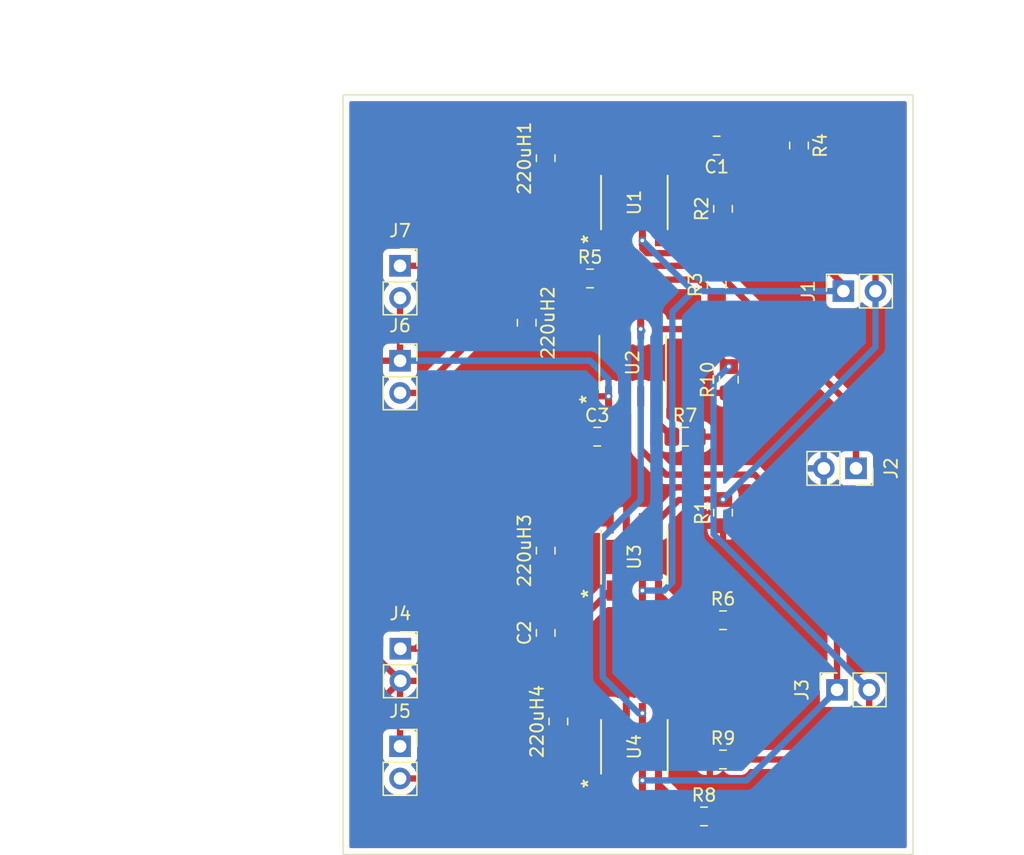
<source format=kicad_pcb>
(kicad_pcb (version 20240108) (generator "pcbnew") (generator_version "8.0")
  (title_block (title "Ganzfeld stimulator") (rev "V0.2") (company "Sussex university") (comment 1 "CERN OHL V2.05") (comment 2 "Author:  Solomon Gitau"))
  (layers (0 "F.Cu" signal) (31 "B.Cu" signal) (34 "B.Paste" user) (35 "F.Paste" user) (36 "B.SilkS" user "B.Silkscreen") (37 "F.SilkS" user "F.Silkscreen") (38 "B.Mask" user) (39 "F.Mask" user) (44 "Edge.Cuts" user))
  (net 0 "")
  (net 1 "GND")
  (net 2 "Net-(U1-SW)")
  (net 3 "Net-(U2-SW)")
  (net 4 "UV_Blanking")
  (net 5 "UV_PWM")
  (net 7 "G_PWM")
  (net 8 "G_Blanking")
  (net 9 "Net-(U1-SET)")
  (net 10 "Net-(U2-SET)")
  (net 13 "FREQ")
  (net 14 "-UV_LED1")
  (net 15 "+UV_LED1")
  (net 16 "-G_LED1")
  (net 17 "Net-(U3-SW)")
  (net 18 "+UV_LED")
  (net 19 "-G_LED")
  (net 20 "Net-(U4-SW)")
  (net 21 "-UV_LED")
  (net 22 "+G_LED")
  (net 23 "-UV_led")
  (net 24 "Net-(U3-SET)")
  (net 25 "Net-(U4-SET)")
  (net 26 "-UV_led1")
  (footprint "Connector_PinSocket_2.54mm:PinSocket_1x02_P2.54mm_Vertical" (layer "F.Cu") (at 84.5 66)
    (property "Reference" "J6" (at 0 -2.77 0) (layer "F.SilkS"))
    (property "Value" "Conn_01x02_Pin")
    (fp_line (start -1.33 1.27) (end -1.33 3.87) (stroke (width 0.12)) (layer "F.SilkS"))
    (fp_line (start -1.33 1.27) (end 1.33 1.27) (stroke (width 0.12)) (layer "F.SilkS"))
    (fp_line (start -1.33 3.87) (end 1.33 3.87) (stroke (width 0.12)) (layer "F.SilkS"))
    (fp_line (start 0 -1.33) (end 1.33 -1.33) (stroke (width 0.12)) (layer "F.SilkS"))
    (fp_line (start 1.33 -1.33) (end 1.33 0) (stroke (width 0.12)) (layer "F.SilkS"))
    (fp_line (start 1.33 1.27) (end 1.33 3.87) (stroke (width 0.12)) (layer "F.SilkS"))
    (pad "1" thru_hole rect (at 0 0) (size 1.7 1.7) (drill 1) (layers "*.Cu" "*.Mask") (net 22 "+G_LED"))
    (pad "2" thru_hole oval (at 0 2.54) (size 1.7 1.7) (drill 1) (layers "*.Cu" "*.Mask") (net 16 "-G_LED1"))
  )
  (footprint "TLD5045EJX:PG-DSO-8-1_INF" (layer "F.Cu") (at 103 81.5 90)
    (property "Reference" "U3" (at 0 0 90) (layer "F.SilkS"))
    (property "Value" "TLD5045EJ")
    (fp_line (start 2.1209 -2.6289) (end -2.1209 -2.6289) (stroke (width 0.1524)) (layer "F.SilkS"))
    (fp_line (start -2.1209 2.6289) (end 2.1209 2.6289) (stroke (width 0.1524)) (layer "F.SilkS"))
    (fp_text user "*" (at -2.9083 -3.6068 90) (layer "F.SilkS"))
    (fp_text user "*" (at -2.9083 -3.6068 90) (layer "F.SilkS"))
    (pad "1" smd rect (at -2.6543 -1.905 90) (size 1.6002 0.5588) (layers "F.Cu" "F.Paste" "F.Mask") (net 22 "+G_LED"))
    (pad "2" smd rect (at -2.6543 -0.635 90) (size 1.6002 0.5588) (layers "F.Cu" "F.Paste" "F.Mask"))
    (pad "3" smd rect (at -2.6543 0.635 90) (size 1.6002 0.5588) (layers "F.Cu" "F.Paste" "F.Mask") (net 4 "UV_Blanking"))
    (pad "4" smd rect (at -2.6543 1.905 90) (size 1.6002 0.5588) (layers "F.Cu" "F.Paste" "F.Mask") (net 24 "Net-(U3-SET)"))
    (pad "5" smd rect (at 2.6543 1.905 90) (size 1.6002 0.5588) (layers "F.Cu" "F.Paste" "F.Mask") (net 5 "UV_PWM"))
    (pad "6" smd rect (at 2.6543 0.635 90) (size 1.6002 0.5588) (layers "F.Cu" "F.Paste" "F.Mask") (net 13 "FREQ"))
    (pad "7" smd rect (at 2.6543 -0.635 90) (size 1.6002 0.5588) (layers "F.Cu" "F.Paste" "F.Mask") (net 1 "GND"))
    (pad "8" smd rect (at 2.6543 -1.905 90) (size 1.6002 0.5588) (layers "F.Cu" "F.Paste" "F.Mask") (net 17 "Net-(U3-SW)"))
  )
  (footprint "Connector_PinSocket_2.54mm:PinSocket_1x02_P2.54mm_Vertical" (layer "F.Cu") (at 119 92 90)
    (property "Reference" "J3" (at 0 -2.77 90) (layer "F.SilkS"))
    (property "Value" "Conn_01x02_Pin")
    (fp_line (start 1.33 -1.33) (end 1.33 0) (stroke (width 0.12)) (layer "F.SilkS"))
    (fp_line (start 0 -1.33) (end 1.33 -1.33) (stroke (width 0.12)) (layer "F.SilkS"))
    (fp_line (start 1.33 1.27) (end 1.33 3.87) (stroke (width 0.12)) (layer "F.SilkS"))
    (fp_line (start -1.33 1.27) (end 1.33 1.27) (stroke (width 0.12)) (layer "F.SilkS"))
    (fp_line (start -1.33 1.27) (end -1.33 3.87) (stroke (width 0.12)) (layer "F.SilkS"))
    (fp_line (start -1.33 3.87) (end 1.33 3.87) (stroke (width 0.12)) (layer "F.SilkS"))
    (pad "1" thru_hole rect (at 0 0 90) (size 1.7 1.7) (drill 1) (layers "*.Cu" "*.Mask") (net 8 "G_Blanking"))
    (pad "2" thru_hole oval (at 0 2.54 90) (size 1.7 1.7) (drill 1) (layers "*.Cu" "*.Mask") (net 7 "G_PWM"))
  )
  (footprint "Connector_PinSocket_2.54mm:PinSocket_1x02_P2.54mm_Vertical" (layer "F.Cu") (at 119.5 60.5 90)
    (property "Reference" "J1" (at 0 -2.77 90) (layer "F.SilkS"))
    (property "Value" "Conn_01x02_Pin")
    (fp_line (start 1.33 -1.33) (end 1.33 0) (stroke (width 0.12)) (layer "F.SilkS"))
    (fp_line (start 0 -1.33) (end 1.33 -1.33) (stroke (width 0.12)) (layer "F.SilkS"))
    (fp_line (start 1.33 1.27) (end 1.33 3.87) (stroke (width 0.12)) (layer "F.SilkS"))
    (fp_line (start -1.33 1.27) (end 1.33 1.27) (stroke (width 0.12)) (layer "F.SilkS"))
    (fp_line (start -1.33 1.27) (end -1.33 3.87) (stroke (width 0.12)) (layer "F.SilkS"))
    (fp_line (start -1.33 3.87) (end 1.33 3.87) (stroke (width 0.12)) (layer "F.SilkS"))
    (pad "1" thru_hole rect (at 0 0 90) (size 1.7 1.7) (drill 1) (layers "*.Cu" "*.Mask") (net 4 "UV_Blanking"))
    (pad "2" thru_hole oval (at 0 2.54 90) (size 1.7 1.7) (drill 1) (layers "*.Cu" "*.Mask") (net 5 "UV_PWM"))
  )
  (footprint "Capacitor_SMD:C_0805_2012Metric_Pad1.18x1.45mm_HandSolder" (layer "F.Cu") (at 96 81 90)
    (property "Reference" "220uH3" (at 0 -1.68 90) (layer "F.SilkS"))
    (property "Value" "L")
    (fp_line (start -0.261252 -0.735) (end 0.261252 -0.735) (stroke (width 0.12)) (layer "F.SilkS"))
    (fp_line (start -0.261252 0.735) (end 0.261252 0.735) (stroke (width 0.12)) (layer "F.SilkS"))
    (pad "1" smd roundrect (at -1.0375 0 90) (size 1.175 1.45) (layers "F.Cu" "F.Paste" "F.Mask") (roundrect_rratio 0.212766) (net 21 "-UV_LED"))
    (pad "2" smd roundrect (at 1.0375 0 90) (size 1.175 1.45) (layers "F.Cu" "F.Paste" "F.Mask") (roundrect_rratio 0.212766) (net 17 "Net-(U3-SW)"))
  )
  (footprint "Capacitor_SMD:C_0805_2012Metric_Pad1.18x1.45mm_HandSolder" (layer "F.Cu") (at 97 94.5 90)
    (property "Reference" "220uH4" (at 0 -1.68 90) (layer "F.SilkS"))
    (property "Value" "L")
    (fp_line (start -0.261252 -0.735) (end 0.261252 -0.735) (stroke (width 0.12)) (layer "F.SilkS"))
    (fp_line (start -0.261252 0.735) (end 0.261252 0.735) (stroke (width 0.12)) (layer "F.SilkS"))
    (pad "1" smd roundrect (at -1.0375 0 90) (size 1.175 1.45) (layers "F.Cu" "F.Paste" "F.Mask") (roundrect_rratio 0.212766) (net 19 "-G_LED"))
    (pad "2" smd roundrect (at 1.0375 0 90) (size 1.175 1.45) (layers "F.Cu" "F.Paste" "F.Mask") (roundrect_rratio 0.212766) (net 20 "Net-(U4-SW)"))
  )
  (footprint "TLD5045EJX:PG-DSO-8-1_INF" (layer "F.Cu") (at 103 53.5 90)
    (property "Reference" "U1" (at 0 0 90) (layer "F.SilkS"))
    (property "Value" "TLD5045EJ")
    (fp_line (start 2.1209 -2.6289) (end -2.1209 -2.6289) (stroke (width 0.1524)) (layer "F.SilkS"))
    (fp_line (start -2.1209 2.6289) (end 2.1209 2.6289) (stroke (width 0.1524)) (layer "F.SilkS"))
    (fp_text user "*" (at -2.9083 -3.6068 90) (layer "F.SilkS"))
    (fp_text user "*" (at -2.9083 -3.6068 90) (layer "F.SilkS"))
    (pad "1" smd rect (at -2.6543 -1.905 90) (size 1.6002 0.5588) (layers "F.Cu" "F.Paste" "F.Mask") (net 22 "+G_LED"))
    (pad "2" smd rect (at -2.6543 -0.635 90) (size 1.6002 0.5588) (layers "F.Cu" "F.Paste" "F.Mask"))
    (pad "3" smd rect (at -2.6543 0.635 90) (size 1.6002 0.5588) (layers "F.Cu" "F.Paste" "F.Mask") (net 4 "UV_Blanking"))
    (pad "4" smd rect (at -2.6543 1.905 90) (size 1.6002 0.5588) (layers "F.Cu" "F.Paste" "F.Mask") (net 9 "Net-(U1-SET)"))
    (pad "5" smd rect (at 2.6543 1.905 90) (size 1.6002 0.5588) (layers "F.Cu" "F.Paste" "F.Mask") (net 5 "UV_PWM"))
    (pad "6" smd rect (at 2.6543 0.635 90) (size 1.6002 0.5588) (layers "F.Cu" "F.Paste" "F.Mask") (net 13 "FREQ"))
    (pad "7" smd rect (at 2.6543 -0.635 90) (size 1.6002 0.5588) (layers "F.Cu" "F.Paste" "F.Mask") (net 1 "GND"))
    (pad "8" smd rect (at 2.6543 -1.905 90) (size 1.6002 0.5588) (layers "F.Cu" "F.Paste" "F.Mask") (net 2 "Net-(U1-SW)"))
  )
  (footprint "Capacitor_SMD:C_0805_2012Metric_Pad1.18x1.45mm_HandSolder" (layer "F.Cu") (at 110 86.5)
    (property "Reference" "R6" (at 0 -1.68 0) (layer "F.SilkS"))
    (property "Value" "14k")
    (fp_line (start -0.261252 -0.735) (end 0.261252 -0.735) (stroke (width 0.12)) (layer "F.SilkS"))
    (fp_line (start -0.261252 0.735) (end 0.261252 0.735) (stroke (width 0.12)) (layer "F.SilkS"))
    (pad "1" smd roundrect (at -1.0375 0) (size 1.175 1.45) (layers "F.Cu" "F.Paste" "F.Mask") (roundrect_rratio 0.212766) (net 24 "Net-(U3-SET)"))
    (pad "2" smd roundrect (at 1.0375 0) (size 1.175 1.45) (layers "F.Cu" "F.Paste" "F.Mask") (roundrect_rratio 0.212766) (net 1 "GND"))
  )
  (footprint "Capacitor_SMD:C_0805_2012Metric_Pad1.18x1.45mm_HandSolder" (layer "F.Cu") (at 109.5 60 90)
    (property "Reference" "R3" (at 0 -1.68 90) (layer "F.SilkS"))
    (property "Value" "72.8k")
    (fp_line (start -0.261252 -0.735) (end 0.261252 -0.735) (stroke (width 0.12)) (layer "F.SilkS"))
    (fp_line (start -0.261252 0.735) (end 0.261252 0.735) (stroke (width 0.12)) (layer "F.SilkS"))
    (pad "1" smd roundrect (at -1.0375 0 90) (size 1.175 1.45) (layers "F.Cu" "F.Paste" "F.Mask") (roundrect_rratio 0.212766) (net 13 "FREQ"))
    (pad "2" smd roundrect (at 1.0375 0 90) (size 1.175 1.45) (layers "F.Cu" "F.Paste" "F.Mask") (roundrect_rratio 0.212766) (net 22 "+G_LED"))
  )
  (footprint "Connector_PinSocket_2.54mm:PinSocket_1x02_P2.54mm_Vertical" (layer "F.Cu") (at 84.5 58.5)
    (property "Reference" "J7" (at 0 -2.77 0) (layer "F.SilkS"))
    (property "Value" "Conn_01x02_Pin")
    (fp_line (start -1.33 1.27) (end -1.33 3.87) (stroke (width 0.12)) (layer "F.SilkS"))
    (fp_line (start -1.33 1.27) (end 1.33 1.27) (stroke (width 0.12)) (layer "F.SilkS"))
    (fp_line (start -1.33 3.87) (end 1.33 3.87) (stroke (width 0.12)) (layer "F.SilkS"))
    (fp_line (start 0 -1.33) (end 1.33 -1.33) (stroke (width 0.12)) (layer "F.SilkS"))
    (fp_line (start 1.33 -1.33) (end 1.33 0) (stroke (width 0.12)) (layer "F.SilkS"))
    (fp_line (start 1.33 1.27) (end 1.33 3.87) (stroke (width 0.12)) (layer "F.SilkS"))
    (pad "1" thru_hole rect (at 0 0) (size 1.7 1.7) (drill 1) (layers "*.Cu" "*.Mask") (net 15 "+UV_LED1"))
    (pad "2" thru_hole oval (at 0 2.54) (size 1.7 1.7) (drill 1) (layers "*.Cu" "*.Mask") (net 26 "-UV_led1"))
  )
  (footprint "Capacitor_SMD:C_0805_2012Metric_Pad1.18x1.45mm_HandSolder" (layer "F.Cu") (at 100.0675 72)
    (property "Reference" "C3" (at 0 -1.68 0) (layer "F.SilkS"))
    (property "Value" "0.1uF")
    (fp_line (start -0.261252 -0.735) (end 0.261252 -0.735) (stroke (width 0.12)) (layer "F.SilkS"))
    (fp_line (start -0.261252 0.735) (end 0.261252 0.735) (stroke (width 0.12)) (layer "F.SilkS"))
    (pad "1" smd roundrect (at -1.0375 0) (size 1.175 1.45) (layers "F.Cu" "F.Paste" "F.Mask") (roundrect_rratio 0.212766) (net 22 "+G_LED"))
    (pad "2" smd roundrect (at 1.0375 0) (size 1.175 1.45) (layers "F.Cu" "F.Paste" "F.Mask") (roundrect_rratio 0.212766) (net 1 "GND"))
  )
  (footprint "Capacitor_SMD:C_0805_2012Metric_Pad1.18x1.45mm_HandSolder" (layer "F.Cu") (at 107 72)
    (property "Reference" "R7" (at 0 -1.68 0) (layer "F.SilkS"))
    (property "Value" "35k")
    (fp_line (start -0.261252 -0.735) (end 0.261252 -0.735) (stroke (width 0.12)) (layer "F.SilkS"))
    (fp_line (start -0.261252 0.735) (end 0.261252 0.735) (stroke (width 0.12)) (layer "F.SilkS"))
    (pad "1" smd roundrect (at -1.0375 0) (size 1.175 1.45) (layers "F.Cu" "F.Paste" "F.Mask") (roundrect_rratio 0.212766) (net 10 "Net-(U2-SET)"))
    (pad "2" smd roundrect (at 1.0375 0) (size 1.175 1.45) (layers "F.Cu" "F.Paste" "F.Mask") (roundrect_rratio 0.212766) (net 1 "GND"))
  )
  (footprint "TLD5045EJX:PG-DSO-8-1_INF" (layer "F.Cu") (at 102.865 66.1543 90)
    (property "Reference" "U2" (at 0 0 90) (layer "F.SilkS"))
    (property "Value" "TLD5045EJ")
    (fp_line (start 2.1209 -2.6289) (end -2.1209 -2.6289) (stroke (width 0.1524)) (layer "F.SilkS"))
    (fp_line (start -2.1209 2.6289) (end 2.1209 2.6289) (stroke (width 0.1524)) (layer "F.SilkS"))
    (fp_text user "*" (at -2.9083 -3.6068 90) (layer "F.SilkS"))
    (fp_text user "*" (at -2.9083 -3.6068 90) (layer "F.SilkS"))
    (pad "1" smd rect (at -2.6543 -1.905 90) (size 1.6002 0.5588) (layers "F.Cu" "F.Paste" "F.Mask") (net 22 "+G_LED"))
    (pad "2" smd rect (at -2.6543 -0.635 90) (size 1.6002 0.5588) (layers "F.Cu" "F.Paste" "F.Mask"))
    (pad "3" smd rect (at -2.6543 0.635 90) (size 1.6002 0.5588) (layers "F.Cu" "F.Paste" "F.Mask") (net 8 "G_Blanking"))
    (pad "4" smd rect (at -2.6543 1.905 90) (size 1.6002 0.5588) (layers "F.Cu" "F.Paste" "F.Mask") (net 10 "Net-(U2-SET)"))
    (pad "5" smd rect (at 2.6543 1.905 90) (size 1.6002 0.5588) (layers "F.Cu" "F.Paste" "F.Mask") (net 7 "G_PWM"))
    (pad "6" smd rect (at 2.6543 0.635 90) (size 1.6002 0.5588) (layers "F.Cu" "F.Paste" "F.Mask") (net 13 "FREQ"))
    (pad "7" smd rect (at 2.6543 -0.635 90) (size 1.6002 0.5588) (layers "F.Cu" "F.Paste" "F.Mask") (net 1 "GND"))
    (pad "8" smd rect (at 2.6543 -1.905 90) (size 1.6002 0.5588) (layers "F.Cu" "F.Paste" "F.Mask") (net 3 "Net-(U2-SW)"))
  )
  (footprint "Capacitor_SMD:C_0805_2012Metric_Pad1.18x1.45mm_HandSolder" (layer "F.Cu") (at 96 87.5 90)
    (property "Reference" "C2" (at 0 -1.68 90) (layer "F.SilkS"))
    (property "Value" "0.1uF")
    (fp_line (start -0.261252 -0.735) (end 0.261252 -0.735) (stroke (width 0.12)) (layer "F.SilkS"))
    (fp_line (start -0.261252 0.735) (end 0.261252 0.735) (stroke (width 0.12)) (layer "F.SilkS"))
    (pad "1" smd roundrect (at -1.0375 0 90) (size 1.175 1.45) (layers "F.Cu" "F.Paste" "F.Mask") (roundrect_rratio 0.212766) (net 22 "+G_LED"))
    (pad "2" smd roundrect (at 1.0375 0 90) (size 1.175 1.45) (layers "F.Cu" "F.Paste" "F.Mask") (roundrect_rratio 0.212766))
  )
  (footprint "Connector_PinSocket_2.54mm:PinSocket_1x02_P2.54mm_Vertical" (layer "F.Cu") (at 120.5 74.5 -90)
    (property "Reference" "J2" (at 0 -2.77 -90) (layer "F.SilkS"))
    (property "Value" "Conn_01x02_Pin")
    (fp_line (start -1.33 3.87) (end 1.33 3.87) (stroke (width 0.12)) (layer "F.SilkS"))
    (fp_line (start -1.33 1.27) (end -1.33 3.87) (stroke (width 0.12)) (layer "F.SilkS"))
    (fp_line (start -1.33 1.27) (end 1.33 1.27) (stroke (width 0.12)) (layer "F.SilkS"))
    (fp_line (start 1.33 1.27) (end 1.33 3.87) (stroke (width 0.12)) (layer "F.SilkS"))
    (fp_line (start 0 -1.33) (end 1.33 -1.33) (stroke (width 0.12)) (layer "F.SilkS"))
    (fp_line (start 1.33 -1.33) (end 1.33 0) (stroke (width 0.12)) (layer "F.SilkS"))
    (pad "1" thru_hole rect (at 0 0 270) (size 1.7 1.7) (drill 1) (layers "*.Cu" "*.Mask") (net 22 "+G_LED"))
    (pad "2" thru_hole oval (at 0 2.54 270) (size 1.7 1.7) (drill 1) (layers "*.Cu" "*.Mask") (net 1 "GND"))
  )
  (footprint "Capacitor_SMD:C_0805_2012Metric_Pad1.18x1.45mm_HandSolder" (layer "F.Cu") (at 108.5 102)
    (property "Reference" "R8" (at 0 -1.68 0) (layer "F.SilkS"))
    (property "Value" "35k")
    (fp_line (start -0.261252 -0.735) (end 0.261252 -0.735) (stroke (width 0.12)) (layer "F.SilkS"))
    (fp_line (start -0.261252 0.735) (end 0.261252 0.735) (stroke (width 0.12)) (layer "F.SilkS"))
    (pad "1" smd roundrect (at -1.0375 0) (size 1.175 1.45) (layers "F.Cu" "F.Paste" "F.Mask") (roundrect_rratio 0.212766) (net 25 "Net-(U4-SET)"))
    (pad "2" smd roundrect (at 1.0375 0) (size 1.175 1.45) (layers "F.Cu" "F.Paste" "F.Mask") (roundrect_rratio 0.212766) (net 1 "GND"))
  )
  (footprint "Capacitor_SMD:C_0805_2012Metric_Pad1.18x1.45mm_HandSolder" (layer "F.Cu") (at 110 97.5)
    (property "Reference" "R9" (at 0 -1.68 0) (layer "F.SilkS"))
    (property "Value" "10k")
    (fp_line (start -0.261252 -0.735) (end 0.261252 -0.735) (stroke (width 0.12)) (layer "F.SilkS"))
    (fp_line (start -0.261252 0.735) (end 0.261252 0.735) (stroke (width 0.12)) (layer "F.SilkS"))
    (pad "1" smd roundrect (at -1.0375 0) (size 1.175 1.45) (layers "F.Cu" "F.Paste" "F.Mask") (roundrect_rratio 0.212766) (net 1 "GND"))
    (pad "2" smd roundrect (at 1.0375 0) (size 1.175 1.45) (layers "F.Cu" "F.Paste" "F.Mask") (roundrect_rratio 0.212766) (net 7 "G_PWM"))
  )
  (footprint "Capacitor_SMD:C_0805_2012Metric_Pad1.18x1.45mm_HandSolder" (layer "F.Cu") (at 110 54 90)
    (property "Reference" "R2" (at 0 -1.68 90) (layer "F.SilkS"))
    (property "Value" "14k")
    (fp_line (start -0.261252 -0.735) (end 0.261252 -0.735) (stroke (width 0.12)) (layer "F.SilkS"))
    (fp_line (start -0.261252 0.735) (end 0.261252 0.735) (stroke (width 0.12)) (layer "F.SilkS"))
    (pad "1" smd roundrect (at -1.0375 0 90) (size 1.175 1.45) (layers "F.Cu" "F.Paste" "F.Mask") (roundrect_rratio 0.212766) (net 9 "Net-(U1-SET)"))
    (pad "2" smd roundrect (at 1.0375 0 90) (size 1.175 1.45) (layers "F.Cu" "F.Paste" "F.Mask") (roundrect_rratio 0.212766) (net 1 "GND"))
  )
  (footprint "TLD5045EJX:PG-DSO-8-1_INF" (layer "F.Cu") (at 103 96.5 90)
    (property "Reference" "U4" (at 0 0 90) (layer "F.SilkS"))
    (property "Value" "TLD5045EJ")
    (fp_line (start 2.1209 -2.6289) (end -2.1209 -2.6289) (stroke (width 0.1524)) (layer "F.SilkS"))
    (fp_line (start -2.1209 2.6289) (end 2.1209 2.6289) (stroke (width 0.1524)) (layer "F.SilkS"))
    (fp_text user "*" (at -2.9083 -3.6068 90) (layer "F.SilkS"))
    (fp_text user "*" (at -2.9083 -3.6068 90) (layer "F.SilkS"))
    (pad "1" smd rect (at -2.6543 -1.905 90) (size 1.6002 0.5588) (layers "F.Cu" "F.Paste" "F.Mask") (net 22 "+G_LED"))
    (pad "2" smd rect (at -2.6543 -0.635 90) (size 1.6002 0.5588) (layers "F.Cu" "F.Paste" "F.Mask"))
    (pad "3" smd rect (at -2.6543 0.635 90) (size 1.6002 0.5588) (layers "F.Cu" "F.Paste" "F.Mask") (net 8 "G_Blanking"))
    (pad "4" smd rect (at -2.6543 1.905 90) (size 1.6002 0.5588) (layers "F.Cu" "F.Paste" "F.Mask") (net 25 "Net-(U4-SET)"))
    (pad "5" smd rect (at 2.6543 1.905 90) (size 1.6002 0.5588) (layers "F.Cu" "F.Paste" "F.Mask") (net 7 "G_PWM"))
    (pad "6" smd rect (at 2.6543 0.635 90) (size 1.6002 0.5588) (layers "F.Cu" "F.Paste" "F.Mask") (net 13 "FREQ"))
    (pad "7" smd rect (at 2.6543 -0.635 90) (size 1.6002 0.5588) (layers "F.Cu" "F.Paste" "F.Mask") (net 1 "GND"))
    (pad "8" smd rect (at 2.6543 -1.905 90) (size 1.6002 0.5588) (layers "F.Cu" "F.Paste" "F.Mask") (net 20 "Net-(U4-SW)"))
  )
  (footprint "Capacitor_SMD:C_0805_2012Metric_Pad1.18x1.45mm_HandSolder" (layer "F.Cu") (at 110 78 90)
    (property "Reference" "R1" (at 0 -1.68 90) (layer "F.SilkS"))
    (property "Value" "10k")
    (fp_line (start -0.261252 -0.735) (end 0.261252 -0.735) (stroke (width 0.12)) (layer "F.SilkS"))
    (fp_line (start -0.261252 0.735) (end 0.261252 0.735) (stroke (width 0.12)) (layer "F.SilkS"))
    (pad "1" smd roundrect (at -1.0375 0 90) (size 1.175 1.45) (layers "F.Cu" "F.Paste" "F.Mask") (roundrect_rratio 0.212766) (net 1 "GND"))
    (pad "2" smd roundrect (at 1.0375 0 90) (size 1.175 1.45) (layers "F.Cu" "F.Paste" "F.Mask") (roundrect_rratio 0.212766) (net 5 "UV_PWM"))
  )
  (footprint "Capacitor_SMD:C_0805_2012Metric_Pad1.18x1.45mm_HandSolder" (layer "F.Cu") (at 99.5 59.5)
    (property "Reference" "R5" (at 0 -1.68 0) (layer "F.SilkS"))
    (property "Value" "4.9k")
    (fp_line (start -0.261252 -0.735) (end 0.261252 -0.735) (stroke (width 0.12)) (layer "F.SilkS"))
    (fp_line (start -0.261252 0.735) (end 0.261252 0.735) (stroke (width 0.12)) (layer "F.SilkS"))
    (pad "1" smd roundrect (at -1.0375 0) (size 1.175 1.45) (layers "F.Cu" "F.Paste" "F.Mask") (roundrect_rratio 0.212766) (net 1 "GND"))
    (pad "2" smd roundrect (at 1.0375 0) (size 1.175 1.45) (layers "F.Cu" "F.Paste" "F.Mask") (roundrect_rratio 0.212766) (net 13 "FREQ"))
  )
  (footprint "Connector_PinSocket_2.54mm:PinSocket_1x02_P2.54mm_Vertical" (layer "F.Cu") (at 84.525 88.75)
    (property "Reference" "J4" (at 0 -2.77 0) (layer "F.SilkS"))
    (property "Value" "Conn_01x02_Pin")
    (fp_line (start -1.33 1.27) (end -1.33 3.87) (stroke (width 0.12)) (layer "F.SilkS"))
    (fp_line (start -1.33 1.27) (end 1.33 1.27) (stroke (width 0.12)) (layer "F.SilkS"))
    (fp_line (start -1.33 3.87) (end 1.33 3.87) (stroke (width 0.12)) (layer "F.SilkS"))
    (fp_line (start 0 -1.33) (end 1.33 -1.33) (stroke (width 0.12)) (layer "F.SilkS"))
    (fp_line (start 1.33 -1.33) (end 1.33 0) (stroke (width 0.12)) (layer "F.SilkS"))
    (fp_line (start 1.33 1.27) (end 1.33 3.87) (stroke (width 0.12)) (layer "F.SilkS"))
    (pad "1" thru_hole rect (at 0 0) (size 1.7 1.7) (drill 1) (layers "*.Cu" "*.Mask") (net 18 "+UV_LED"))
    (pad "2" thru_hole oval (at 0 2.54) (size 1.7 1.7) (drill 1) (layers "*.Cu" "*.Mask") (net 23 "-UV_led"))
  )
  (footprint "Capacitor_SMD:C_0805_2012Metric_Pad1.18x1.45mm_HandSolder" (layer "F.Cu") (at 96 50 90)
    (property "Reference" "220uH1" (at 0 -1.68 90) (layer "F.SilkS"))
    (property "Value" "L")
    (fp_line (start -0.261252 -0.735) (end 0.261252 -0.735) (stroke (width 0.12)) (layer "F.SilkS"))
    (fp_line (start -0.261252 0.735) (end 0.261252 0.735) (stroke (width 0.12)) (layer "F.SilkS"))
    (pad "1" smd roundrect (at -1.0375 0 90) (size 1.175 1.45) (layers "F.Cu" "F.Paste" "F.Mask") (roundrect_rratio 0.212766) (net 14 "-UV_LED1"))
    (pad "2" smd roundrect (at 1.0375 0 90) (size 1.175 1.45) (layers "F.Cu" "F.Paste" "F.Mask") (roundrect_rratio 0.212766) (net 2 "Net-(U1-SW)"))
  )
  (footprint "Capacitor_SMD:C_0805_2012Metric_Pad1.18x1.45mm_HandSolder" (layer "F.Cu") (at 116 49 -90)
    (property "Reference" "R4" (at 0 -1.68 90) (layer "F.SilkS"))
    (property "Value" "10k")
    (fp_line (start -0.261252 0.735) (end 0.261252 0.735) (stroke (width 0.12)) (layer "F.SilkS"))
    (fp_line (start -0.261252 -0.735) (end 0.261252 -0.735) (stroke (width 0.12)) (layer "F.SilkS"))
    (pad "1" smd roundrect (at -1.0375 0 270) (size 1.175 1.45) (layers "F.Cu" "F.Paste" "F.Mask") (roundrect_rratio 0.212766) (net 1 "GND"))
    (pad "2" smd roundrect (at 1.0375 0 270) (size 1.175 1.45) (layers "F.Cu" "F.Paste" "F.Mask") (roundrect_rratio 0.212766) (net 5 "UV_PWM"))
  )
  (footprint "Capacitor_SMD:C_0805_2012Metric_Pad1.18x1.45mm_HandSolder" (layer "F.Cu") (at 94.5 63 -90)
    (property "Reference" "220uH2" (at 0 -1.68 -90) (layer "F.SilkS"))
    (property "Value" "L")
    (fp_line (start -0.261252 0.735) (end 0.261252 0.735) (stroke (width 0.12)) (layer "F.SilkS"))
    (fp_line (start -0.261252 -0.735) (end 0.261252 -0.735) (stroke (width 0.12)) (layer "F.SilkS"))
    (pad "1" smd roundrect (at -1.0375 0 270) (size 1.175 1.45) (layers "F.Cu" "F.Paste" "F.Mask") (roundrect_rratio 0.212766) (net 16 "-G_LED1"))
    (pad "2" smd roundrect (at 1.0375 0 270) (size 1.175 1.45) (layers "F.Cu" "F.Paste" "F.Mask") (roundrect_rratio 0.212766) (net 3 "Net-(U2-SW)"))
  )
  (footprint "Connector_PinSocket_2.54mm:PinSocket_1x02_P2.54mm_Vertical" (layer "F.Cu") (at 84.5 96.46)
    (property "Reference" "J5" (at 0 -2.77 0) (layer "F.SilkS"))
    (property "Value" "Conn_01x02_Pin")
    (fp_line (start -1.33 1.27) (end -1.33 3.87) (stroke (width 0.12)) (layer "F.SilkS"))
    (fp_line (start -1.33 1.27) (end 1.33 1.27) (stroke (width 0.12)) (layer "F.SilkS"))
    (fp_line (start -1.33 3.87) (end 1.33 3.87) (stroke (width 0.12)) (layer "F.SilkS"))
    (fp_line (start 0 -1.33) (end 1.33 -1.33) (stroke (width 0.12)) (layer "F.SilkS"))
    (fp_line (start 1.33 -1.33) (end 1.33 0) (stroke (width 0.12)) (layer "F.SilkS"))
    (fp_line (start 1.33 1.27) (end 1.33 3.87) (stroke (width 0.12)) (layer "F.SilkS"))
    (pad "1" thru_hole rect (at 0 0) (size 1.7 1.7) (drill 1) (layers "*.Cu" "*.Mask") (net 22 "+G_LED"))
    (pad "2" thru_hole oval (at 0 2.54) (size 1.7 1.7) (drill 1) (layers "*.Cu" "*.Mask") (net 19 "-G_LED"))
  )
  (footprint "Capacitor_SMD:C_0805_2012Metric_Pad1.18x1.45mm_HandSolder" (layer "F.Cu") (at 110.4625 67.5 90)
    (property "Reference" "R10" (at 0 -1.68 90) (layer "F.SilkS"))
    (property "Value" "10k")
    (fp_line (start -0.261252 -0.735) (end 0.261252 -0.735) (stroke (width 0.12)) (layer "F.SilkS"))
    (fp_line (start -0.261252 0.735) (end 0.261252 0.735) (stroke (width 0.12)) (layer "F.SilkS"))
    (pad "1" smd roundrect (at -1.0375 0 90) (size 1.175 1.45) (layers "F.Cu" "F.Paste" "F.Mask") (roundrect_rratio 0.212766) (net 1 "GND"))
    (pad "2" smd roundrect (at 1.0375 0 90) (size 1.175 1.45) (layers "F.Cu" "F.Paste" "F.Mask") (roundrect_rratio 0.212766) (net 7 "G_PWM"))
  )
  (footprint "Capacitor_SMD:C_0805_2012Metric_Pad1.18x1.45mm_HandSolder" (layer "F.Cu") (at 109.5 49 180)
    (property "Reference" "C1" (at 0 -1.68 360) (layer "F.SilkS"))
    (property "Value" "100pF")
    (fp_line (start -0.261252 0.735) (end 0.261252 0.735) (stroke (width 0.12)) (layer "F.SilkS"))
    (fp_line (start -0.261252 -0.735) (end 0.261252 -0.735) (stroke (width 0.12)) (layer "F.SilkS"))
    (pad "1" smd roundrect (at -1.0375 0 180) (size 1.175 1.45) (layers "F.Cu" "F.Paste" "F.Mask") (roundrect_rratio 0.212766) (net 1 "GND"))
    (pad "2" smd roundrect (at 1.0375 0 180) (size 1.175 1.45) (layers "F.Cu" "F.Paste" "F.Mask") (roundrect_rratio 0.212766) (net 13 "FREQ"))
  )
  (gr_rect (start 80 45) (end 125 105) (stroke (width 0.1)) (fill none) (layer "F.SilkS"))
  (gr_rect (start 80 45) (end 125 105) (stroke (width 0.05)) (fill none) (layer "Edge.Cuts"))
  (segment (start 96 48.9625) (end 99.2118 48.9625) (width 0.5) (layer "F.Cu") (net 2))
  (segment (start 99.2118 48.9625) (end 101.095 50.8457) (width 0.5) (layer "F.Cu") (net 2))
  (segment (start 100.8925 63.5675) (end 100.96 63.5) (width 0.5) (layer "F.Cu") (net 3))
  (segment (start 94.5 63.5675) (end 100.8925 63.5675) (width 0.5) (layer "F.Cu") (net 3))
  (segment (start 103.635 56.5) (end 103.635 57.135) (width 0.5) (layer "F.Cu") (net 4))
  (segment (start 103.635 57.135) (end 104 57.5) (width 0.5) (layer "F.Cu") (net 4))
  (segment (start 104 57.5) (end 108.5 57.5) (width 0.5) (layer "F.Cu") (net 4))
  (segment (start 108.5 57.5) (end 117 57.5) (width 0.5) (layer "F.Cu") (net 4))
  (segment (start 117 57.5) (end 119.5 60) (width 0.5) (layer "F.Cu") (net 4))
  (segment (start 108 57.5) (end 108.5 57.5) (width 0.5) (layer "F.Cu") (net 4))
  (segment (start 103.635 56.1543) (end 103.635 56.5) (width 0.5) (layer "F.Cu") (net 4))
  (segment (start 119.5 60) (end 119.5 60.5) (width 0.5) (layer "F.Cu") (net 4))
  (via (at 119.5 60.5) (size 0.6) (drill 0.3) (layers "F.Cu" "B.Cu") (net 4))
  (via (at 103.635 56.5) (size 0.6) (drill 0.3) (layers "F.Cu" "B.Cu") (net 4))
  (via (at 103.635 84.1543) (size 0.6) (drill 0.3) (layers "F.Cu" "B.Cu") (net 4))
  (segment (start 103.635 56.5) (end 107.635 60.5) (width 0.5) (layer "B.Cu") (net 4))
  (segment (start 107.635 60.5) (end 119.5 60.5) (width 0.5) (layer "B.Cu") (net 4))
  (segment (start 106 62.135) (end 107.635 60.5) (width 0.5) (layer "B.Cu") (net 4))
  (segment (start 105.3457 84.1543) (end 106 83.5) (width 0.5) (layer "B.Cu") (net 4))
  (segment (start 103.635 84.1543) (end 105.3457 84.1543) (width 0.5) (layer "B.Cu") (net 4))
  (segment (start 106 83.5) (end 106 62.135) (width 0.5) (layer "B.Cu") (net 4))
  (segment (start 106.5 77) (end 107.5 77) (width 0.5) (layer "F.Cu") (net 5))
  (segment (start 107.5 77) (end 107.5375 76.9625) (width 0.5) (layer "F.Cu") (net 5))
  (segment (start 107.5375 76.9625) (end 110 76.9625) (width 0.5) (layer "F.Cu") (net 5))
  (segment (start 104.905 78.595) (end 106.5 77) (width 0.5) (layer "F.Cu") (net 5))
  (segment (start 104.905 50.8457) (end 115.1918 50.8457) (width 0.5) (layer "F.Cu") (net 5))
  (segment (start 104.905 78.8457) (end 104.905 78.595) (width 0.5) (layer "F.Cu") (net 5))
  (segment (start 122.04 56.04) (end 122.04 60.5) (width 0.5) (layer "F.Cu") (net 5))
  (segment (start 116.0375 50.0375) (end 122.04 56.04) (width 0.5) (layer "F.Cu") (net 5))
  (segment (start 115.1918 50.8457) (end 116 50.0375) (width 0.5) (layer "F.Cu") (net 5))
  (via (at 110 76.9625) (size 0.6) (drill 0.3) (layers "F.Cu" "B.Cu") (net 5))
  (via (at 122.04 60.5) (size 0.6) (drill 0.3) (layers "F.Cu" "B.Cu") (net 5))
  (segment (start 122.04 64.9225) (end 110 76.9625) (width 0.5) (layer "B.Cu") (net 5))
  (segment (start 122.04 60.5) (end 122.04 64.9225) (width 0.5) (layer "B.Cu") (net 5))
  (segment (start 118 97.5) (end 121.54 93.96) (width 0.5) (layer "F.Cu") (net 7))
  (segment (start 111.0375 97.5) (end 111.5 97.5) (width 0.5) (layer "F.Cu") (net 7))
  (segment (start 107.5 63.5) (end 110.4625 66.4625) (width 0.5) (layer "F.Cu") (net 7))
  (segment (start 111.5 97.5) (end 118 97.5) (width 0.5) (layer "F.Cu") (net 7))
  (segment (start 104.905 93.8457) (end 109.3457 93.8457) (width 0.5) (layer "F.Cu") (net 7))
  (segment (start 104.77 63.5) (end 107.5 63.5) (width 0.5) (layer "F.Cu") (net 7))
  (segment (start 109.3457 93.8457) (end 111.0375 95.5375) (width 0.5) (layer "F.Cu") (net 7))
  (segment (start 111.0375 95.5375) (end 111.0375 97.5) (width 0.5) (layer "F.Cu") (net 7))
  (segment (start 121.54 93.96) (end 121.54 92) (width 0.5) (layer "F.Cu") (net 7))
  (via (at 110.4625 66.4625) (size 0.6) (drill 0.3) (layers "F.Cu" "B.Cu") (net 7))
  (segment (start 110.4625 66.4625) (end 109.25 67.675) (width 0.5) (layer "B.Cu") (net 7))
  (segment (start 109.25 79.71) (end 121.54 92) (width 0.5) (layer "B.Cu") (net 7))
  (segment (start 109.25 67.675) (end 109.25 79.71) (width 0.5) (layer "B.Cu") (net 7))
  (segment (start 112.5 75) (end 119 81.5) (width 0.5) (layer "F.Cu") (net 8))
  (segment (start 103.5 68.8086) (end 103.5 73) (width 0.5) (layer "F.Cu") (net 8))
  (segment (start 119 81.5) (end 119 92) (width 0.5) (layer "F.Cu") (net 8))
  (segment (start 103.5 73) (end 105.5 75) (width 0.5) (layer "F.Cu") (net 8))
  (segment (start 105.5 75) (end 112.5 75) (width 0.5) (layer "F.Cu") (net 8))
  (via (at 119 92) (size 0.6) (drill 0.3) (layers "F.Cu" "B.Cu") (net 8))
  (via (at 103.635 99.1543) (size 0.6) (drill 0.3) (layers "F.Cu" "B.Cu") (net 8))
  (segment (start 111.8457 99.1543) (end 119 92) (width 0.5) (layer "B.Cu") (net 8))
  (segment (start 103.635 99.1543) (end 111.8457 99.1543) (width 0.5) (layer "B.Cu") (net 8))
  (segment (start 108.8832 56.1543) (end 110 55.0375) (width 0.5) (layer "F.Cu") (net 9))
  (segment (start 104.905 56.1543) (end 108.8832 56.1543) (width 0.5) (layer "F.Cu") (net 9))
  (segment (start 104.77 70.8075) (end 105.9625 72) (width 0.5) (layer "F.Cu") (net 10))
  (segment (start 104.77 68.8086) (end 104.77 70.8075) (width 0.5) (layer "F.Cu") (net 10))
  (segment (start 105.5 59.5925) (end 108.055 59.5925) (width 0.5) (layer "F.Cu") (net 13))
  (segment (start 101.5 59.5) (end 101.5925 59.5925) (width 0.5) (layer "F.Cu") (net 13))
  (segment (start 103.5 61.309412) (end 101.690588 59.5) (width 0.5) (layer "F.Cu") (net 13))
  (segment (start 101.690588 59.5) (end 101.5 59.5) (width 0.5) (layer "F.Cu") (net 13))
  (segment (start 103.635 51.365) (end 101.5 53.5) (width 0.5) (layer "F.Cu") (net 13))
  (segment (start 100.5 53.5) (end 99.5 54.5) (width 0.5) (layer "F.Cu") (net 13))
  (segment (start 104.5 49) (end 108.4625 49) (width 0.5) (layer "F.Cu") (net 13))
  (segment (start 99.5 54.5) (end 99.5 57) (width 0.5) (layer "F.Cu") (net 13))
  (segment (start 108.055 59.5925) (end 109.5 61.0375) (width 0.5) (layer "F.Cu") (net 13))
  (segment (start 103.635 50.8457) (end 103.635 49.865) (width 0.5) (layer "F.Cu") (net 13))
  (segment (start 103.5 63.5) (end 103.5 61.309412) (width 0.5) (layer "F.Cu") (net 13))
  (segment (start 100.5375 58.0375) (end 100.5375 59.5) (width 0.5) (layer "F.Cu") (net 13))
  (segment (start 101.5925 59.5925) (end 105.5 59.5925) (width 0.5) (layer "F.Cu") (net 13))
  (segment (start 103.635 49.865) (end 104.5 49) (width 0.5) (layer "F.Cu") (net 13))
  (segment (start 101.5 53.5) (end 100.5 53.5) (width 0.5) (layer "F.Cu") (net 13))
  (segment (start 101.5 59.5) (end 100.5375 59.5) (width 0.5) (layer "F.Cu") (net 13))
  (segment (start 99.5 57) (end 100.5375 58.0375) (width 0.5) (layer "F.Cu") (net 13))
  (segment (start 103.635 50.8457) (end 103.635 51.365) (width 0.5) (layer "F.Cu") (net 13))
  (via (at 103.635 93.8457) (size 0.6) (drill 0.3) (layers "F.Cu" "B.Cu") (net 13))
  (via (at 103.5 63.5) (size 0.6) (drill 0.3) (layers "F.Cu" "B.Cu") (net 13))
  (segment (start 103.635 93.8457) (end 103.3457 93.8457) (width 0.5) (layer "B.Cu") (net 13))
  (segment (start 100.5 80) (end 103.5 77) (width 0.5) (layer "B.Cu") (net 13))
  (segment (start 103.635 63.635) (end 103.5 63.5) (width 0.5) (layer "B.Cu") (net 13))
  (segment (start 103.3457 93.8457) (end 100.5 91) (width 0.5) (layer "B.Cu") (net 13))
  (segment (start 103.5 77) (end 103.5 63.5) (width 0.5) (layer "B.Cu") (net 13))
  (segment (start 100.5 91) (end 100.5 80) (width 0.5) (layer "B.Cu") (net 13))
  (segment (start 88.0675 58.5) (end 96 50.5675) (width 0.5) (layer "F.Cu") (net 15))
  (segment (start 84.5 58.5) (end 88.0675 58.5) (width 0.5) (layer "F.Cu") (net 15))
  (segment (start 92.0675 62.4325) (end 94.5 62.4325) (width 0.5) (layer "F.Cu") (net 16))
  (segment (start 84.5 68.54) (end 85.96 68.54) (width 0.5) (layer "F.Cu") (net 16))
  (segment (start 85.96 68.54) (end 92.0675 62.4325) (width 0.5) (layer "F.Cu") (net 16))
  (segment (start 96 80.4325) (end 96 80) (width 0.5) (layer "F.Cu") (net 17))
  (segment (start 96 80) (end 97.1543 78.8457) (width 0.5) (layer "F.Cu") (net 17))
  (segment (start 97.1543 78.8457) (end 101.095 78.8457) (width 0.5) (layer "F.Cu") (net 17))
  (segment (start 85.75 88.75) (end 92.9325 81.5675) (width 0.5) (layer "F.Cu") (net 18))
  (segment (start 92.9325 81.5675) (end 96 81.5675) (width 0.5) (layer "F.Cu") (net 18))
  (segment (start 84.525 88.75) (end 85.75 88.75) (width 0.5) (layer "F.Cu") (net 18))
  (segment (start 84.5 99) (end 93.0675 99) (width 0.5) (layer "F.Cu") (net 19))
  (segment (start 93.0675 99) (end 97 95.0675) (width 0.5) (layer "F.Cu") (net 19))
  (segment (start 97 93.9325) (end 101.0082 93.9325) (width 0.5) (layer "F.Cu") (net 20))
  (segment (start 101.0082 93.9325) (end 101.095 93.8457) (width 0.5) (layer "F.Cu") (net 20))
  (segment (start 101.095 56.5) (end 101.095 56.675) (width 0.5) (layer "F.Cu") (net 22))
  (segment (start 81.5 101) (end 82.5 102) (width 0.5) (layer "F.Cu") (net 22))
  (segment (start 92.7775 91.29) (end 96 88.0675) (width 0.5) (layer "F.Cu") (net 22))
  (segment (start 83.5 72) (end 85.5 72) (width 0.5) (layer "F.Cu") (net 22))
  (segment (start 99.6914 68.8086) (end 99 69.5) (width 0.5) (layer "F.Cu") (net 22))
  (segment (start 108 58.5) (end 108.4625 58.9625) (width 0.5) (layer "F.Cu") (net 22))
  (segment (start 83 66) (end 81.5 67.5) (width 0.5) (layer "F.Cu") (net 22))
  (segment (start 99.03 70.53) (end 99.03 72) (width 0.5) (layer "F.Cu") (net 22))
  (segment (start 99 70.5) (end 99.03 70.53) (width 0.5) (layer "F.Cu") (net 22))
  (segment (start 84.5 91.315) (end 84.525 91.29) (width 0.5) (layer "F.Cu") (net 22))
  (segment (start 99.03 72) (end 85.5 72) (width 0.5) (layer "F.Cu") (net 22))
  (segment (start 84.5 61.04) (end 84.5 66) (width 0.5) (layer "F.Cu") (net 22))
  (segment (start 99 69.5) (end 99 70.5) (width 0.5) (layer "F.Cu") (net 22))
  (segment (start 102.92 58.5) (end 108 58.5) (width 0.5) (layer "F.Cu") (net 22))
  (segment (start 81.5 88.265) (end 81.5 70) (width 0.5) (layer "F.Cu") (net 22))
  (segment (start 85.5 72) (end 99.5 72) (width 0.5) (layer "F.Cu") (net 22))
  (segment (start 84.525 91.29) (end 92.7775 91.29) (width 0.5) (layer "F.Cu") (net 22))
  (segment (start 81.5 70) (end 83.5 72) (width 0.5) (layer "F.Cu") (net 22))
  (segment (start 81.5 94.315) (end 81.5 101) (width 0.5) (layer "F.Cu") (net 22))
  (segment (start 84.5 96.46) (end 84.5 91.315) (width 0.5) (layer "F.Cu") (net 22))
  (segment (start 98.2493 102) (end 101.095 99.1543) (width 0.5) (layer "F.Cu") (net 22))
  (segment (start 98.7868 86.4625) (end 101.095 84.1543) (width 0.5) (layer "F.Cu") (net 22))
  (segment (start 84.5 66) (end 83 66) (width 0.5) (layer "F.Cu") (net 22))
  (segment (start 96 86.4625) (end 98.7868 86.4625) (width 0.5) (layer "F.Cu") (net 22))
  (segment (start 120.5 69.9625) (end 120.5 74.5) (width 0.5) (layer "F.Cu") (net 22))
  (segment (start 84.525 91.29) (end 81.5 94.315) (width 0.5) (layer "F.Cu") (net 22))
  (segment (start 81.5 67.5) (end 81.5 70) (width 0.5) (layer "F.Cu") (net 22))
  (segment (start 101.095 56.675) (end 102.92 58.5) (width 0.5) (layer "F.Cu") (net 22))
  (segment (start 101.095 56.1543) (end 101.095 56.5) (width 0.5) (layer "F.Cu") (net 22))
  (segment (start 82.5 102) (end 98.2493 102) (width 0.5) (layer "F.Cu") (net 22))
  (segment (start 109.5 58.9625) (end 120.5 69.9625) (width 0.5) (layer "F.Cu") (net 22))
  (segment (start 100.96 68.8086) (end 99.6914 68.8086) (width 0.5) (layer "F.Cu") (net 22))
  (segment (start 84.525 91.29) (end 81.5 88.265) (width 0.5) (layer "F.Cu") (net 22))
  (segment (start 108.4625 58.9625) (end 109.5 58.9625) (width 0.5) (layer "F.Cu") (net 22))
  (via (at 100.96 68.8086) (size 0.6) (drill 0.3) (layers "F.Cu" "B.Cu") (net 22))
  (segment (start 100.96 68.8086) (end 100.96 67.46) (width 0.5) (layer "B.Cu") (net 22))
  (segment (start 100.96 67.46) (end 99.5 66) (width 0.5) (layer "B.Cu") (net 22))
  (segment (start 99.5 66) (end 84.5 66) (width 0.5) (layer "B.Cu") (net 22))
  (segment (start 104.905 84.405) (end 107 86.5) (width 0.5) (layer "F.Cu") (net 24))
  (segment (start 107 86.5) (end 108.9625 86.5) (width 0.5) (layer "F.Cu") (net 24))
  (segment (start 104.905 84.1543) (end 104.905 84.405) (width 0.5) (layer "F.Cu") (net 24))
  (segment (start 104.905 99.1543) (end 104.905 99.4425) (width 0.5) (layer "F.Cu") (net 25))
  (segment (start 104.905 99.4425) (end 107.4625 102) (width 0.5) (layer "F.Cu") (net 25))
  (zone (net 1) (net_name "GND") (layer "F.Cu") (connect_pads (clearance 0.5)) (min_thickness 0.25) (fill yes (thermal_gap 0.5) (thermal_bridge_width 0.5))
    (polygon (pts (xy 80 45) (xy 125 45) (xy 125 105) (xy 80 105)))
  )
  (zone (net 1) (net_name "GND") (layer "B.Cu") (priority 1) (connect_pads (clearance 0.5)) (min_thickness 0.25) (fill yes (thermal_gap 0.5) (thermal_bridge_width 0.5))
    (polygon (pts (xy 125 45) (xy 80 45) (xy 80 105) (xy 125 105)))
  )
)
</source>
